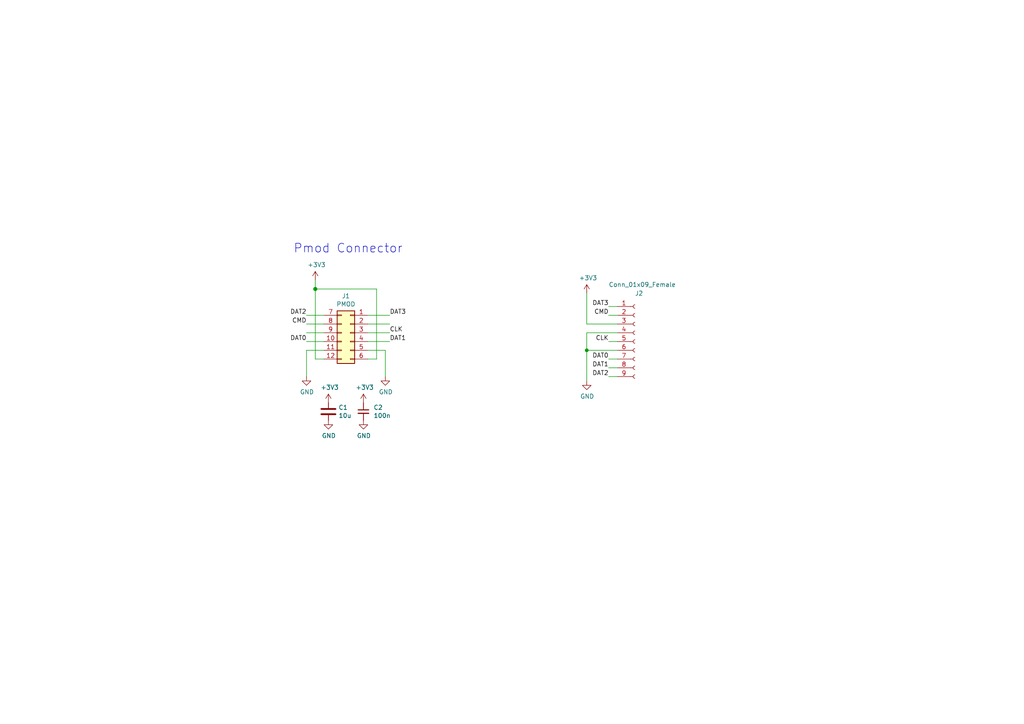
<source format=kicad_sch>
(kicad_sch (version 20230121) (generator eeschema)
  (paper "A4")
  (title_block (title "SD Dummy") (date "2020-12-13") (rev "r1.0") (company "GsD - @gregdavill") (comment 1 "PMOD"))
  (lib_symbols
    (symbol "7segment-rescue:pkl_C-pkl_device" (pin_numbers hide) (pin_names (offset 0.254))
      (property "Reference" "C" (at 0.635 2.54 0))
      (property "Value" "pkl_C-pkl_device" (at 0.635 -2.54 0))
      (symbol "pkl_C-pkl_device_0_1"
        (polyline (pts (xy -2.032 -0.762) (xy 2.032 -0.762)) (stroke (width 0.508)))
        (polyline (pts (xy -2.032 0.762) (xy 2.032 0.762)) (stroke (width 0.508)))
      )
      (symbol "pkl_C-pkl_device_1_1"
        (pin passive line (at 0 2.54 270) (length 1.524) (name "~") (number "1"))
        (pin passive line (at 0 -2.54 90) (length 1.524) (name "~") (number "2"))
      )
    )
    (symbol "7segment-rescue:pkl_C_Small-pkl_device" (pin_numbers hide) (pin_names (offset 0.254) hide)
      (property "Reference" "C" (at 0.254 1.778 0))
      (property "Value" "pkl_C_Small-pkl_device" (at 0.254 -2.032 0))
      (symbol "pkl_C_Small-pkl_device_0_1"
        (polyline (pts (xy -1.524 -0.508) (xy 1.524 -0.508)) (stroke (width 0.3302)))
        (polyline (pts (xy -1.524 0.508) (xy 1.524 0.508)) (stroke (width 0.3048)))
      )
      (symbol "pkl_C_Small-pkl_device_1_1"
        (pin passive line (at 0 2.54 270) (length 1.905) (name "~") (number "1"))
        (pin passive line (at 0 -2.54 90) (length 2.032) (name "~") (number "2"))
      )
    )
    (symbol "Connector:Conn_01x09_Female" (pin_names (offset 1.016) hide)
      (property "Reference" "J" (at 0 12.7 0))
      (property "Value" "Conn_01x09_Female" (at 0 -12.7 0))
      (symbol "Conn_01x09_Female_1_1"
        (arc (start 0 -9.652) (mid -0.5058 -10.16) (end 0 -10.668) (stroke (width 0.1524)))
        (arc (start 0 -7.112) (mid -0.5058 -7.62) (end 0 -8.128) (stroke (width 0.1524)))
        (arc (start 0 -4.572) (mid -0.5058 -5.08) (end 0 -5.588) (stroke (width 0.1524)))
        (arc (start 0 -2.032) (mid -0.5058 -2.54) (end 0 -3.048) (stroke (width 0.1524)))
        (polyline (pts (xy -1.27 -10.16) (xy -0.508 -10.16)) (stroke (width 0.1524)))
        (polyline (pts (xy -1.27 -7.62) (xy -0.508 -7.62)) (stroke (width 0.1524)))
        (polyline (pts (xy -1.27 -5.08) (xy -0.508 -5.08)) (stroke (width 0.1524)))
        (polyline (pts (xy -1.27 -2.54) (xy -0.508 -2.54)) (stroke (width 0.1524)))
        (polyline (pts (xy -1.27 0) (xy -0.508 0)) (stroke (width 0.1524)))
        (polyline (pts (xy -1.27 2.54) (xy -0.508 2.54)) (stroke (width 0.1524)))
        (polyline (pts (xy -1.27 5.08) (xy -0.508 5.08)) (stroke (width 0.1524)))
        (polyline (pts (xy -1.27 7.62) (xy -0.508 7.62)) (stroke (width 0.1524)))
        (polyline (pts (xy -1.27 10.16) (xy -0.508 10.16)) (stroke (width 0.1524)))
        (arc (start 0 0.508) (mid -0.5058 0) (end 0 -0.508) (stroke (width 0.1524)))
        (arc (start 0 3.048) (mid -0.5058 2.54) (end 0 2.032) (stroke (width 0.1524)))
        (arc (start 0 5.588) (mid -0.5058 5.08) (end 0 4.572) (stroke (width 0.1524)))
        (arc (start 0 8.128) (mid -0.5058 7.62) (end 0 7.112) (stroke (width 0.1524)))
        (arc (start 0 10.668) (mid -0.5058 10.16) (end 0 9.652) (stroke (width 0.1524)))
        (pin passive line (at -5.08 10.16 0) (length 3.81) (name "Pin_1") (number "1"))
        (pin passive line (at -5.08 7.62 0) (length 3.81) (name "Pin_2") (number "2"))
        (pin passive line (at -5.08 5.08 0) (length 3.81) (name "Pin_3") (number "3"))
        (pin passive line (at -5.08 2.54 0) (length 3.81) (name "Pin_4") (number "4"))
        (pin passive line (at -5.08 0 0) (length 3.81) (name "Pin_5") (number "5"))
        (pin passive line (at -5.08 -2.54 0) (length 3.81) (name "Pin_6") (number "6"))
        (pin passive line (at -5.08 -5.08 0) (length 3.81) (name "Pin_7") (number "7"))
        (pin passive line (at -5.08 -7.62 0) (length 3.81) (name "Pin_8") (number "8"))
        (pin passive line (at -5.08 -10.16 0) (length 3.81) (name "Pin_9") (number "9"))
      )
    )
    (symbol "Connector_Generic:Conn_02x06_Top_Bottom" (pin_names (offset 1.016) hide)
      (property "Reference" "J" (at 1.27 7.62 0))
      (property "Value" "Conn_02x06_Top_Bottom" (at 1.27 -10.16 0))
      (symbol "Conn_02x06_Top_Bottom_1_1"
        (rectangle (start -1.27 -7.493) (end 0 -7.747) (stroke (width 0.1524)))
        (rectangle (start -1.27 -4.953) (end 0 -5.207) (stroke (width 0.1524)))
        (rectangle (start -1.27 -2.413) (end 0 -2.667) (stroke (width 0.1524)))
        (rectangle (start -1.27 0.127) (end 0 -0.127) (stroke (width 0.1524)))
        (rectangle (start -1.27 2.667) (end 0 2.413) (stroke (width 0.1524)))
        (rectangle (start -1.27 5.207) (end 0 4.953) (stroke (width 0.1524)))
        (rectangle (start -1.27 6.35) (end 3.81 -8.89) (stroke (width 0.254)) (fill (type background)))
        (rectangle (start 3.81 -7.493) (end 2.54 -7.747) (stroke (width 0.1524)))
        (rectangle (start 3.81 -4.953) (end 2.54 -5.207) (stroke (width 0.1524)))
        (rectangle (start 3.81 -2.413) (end 2.54 -2.667) (stroke (width 0.1524)))
        (rectangle (start 3.81 0.127) (end 2.54 -0.127) (stroke (width 0.1524)))
        (rectangle (start 3.81 2.667) (end 2.54 2.413) (stroke (width 0.1524)))
        (rectangle (start 3.81 5.207) (end 2.54 4.953) (stroke (width 0.1524)))
        (pin passive line (at -5.08 5.08 0) (length 3.81) (name "Pin_1") (number "1"))
        (pin passive line (at 7.62 -2.54 180) (length 3.81) (name "Pin_10") (number "10"))
        (pin passive line (at 7.62 -5.08 180) (length 3.81) (name "Pin_11") (number "11"))
        (pin passive line (at 7.62 -7.62 180) (length 3.81) (name "Pin_12") (number "12"))
        (pin passive line (at -5.08 2.54 0) (length 3.81) (name "Pin_2") (number "2"))
        (pin passive line (at -5.08 0 0) (length 3.81) (name "Pin_3") (number "3"))
        (pin passive line (at -5.08 -2.54 0) (length 3.81) (name "Pin_4") (number "4"))
        (pin passive line (at -5.08 -5.08 0) (length 3.81) (name "Pin_5") (number "5"))
        (pin passive line (at -5.08 -7.62 0) (length 3.81) (name "Pin_6") (number "6"))
        (pin passive line (at 7.62 5.08 180) (length 3.81) (name "Pin_7") (number "7"))
        (pin passive line (at 7.62 2.54 180) (length 3.81) (name "Pin_8") (number "8"))
        (pin passive line (at 7.62 0 180) (length 3.81) (name "Pin_9") (number "9"))
      )
    )
    (symbol "power:+3V3" (power) (pin_names (offset 0))
      (property "Value" "+3V3" (at 0 3.556 0))
      (symbol "+3V3_0_1"
        (polyline (pts (xy -0.762 1.27) (xy 0 2.54)))
        (polyline (pts (xy 0 0) (xy 0 2.54)))
        (polyline (pts (xy 0 2.54) (xy 0.762 1.27)))
      )
      (symbol "+3V3_1_1"
        (pin power_in line (at 0 0 90) (length 0) hide (name "+3V3") (number "1"))
      )
    )
    (symbol "power:GND" (power) (pin_names (offset 0))
      (property "Value" "GND" (at 0 -3.81 0))
      (symbol "GND_0_1"
        (polyline (pts (xy 0 0) (xy 0 -1.27) (xy 1.27 -1.27) (xy 0 -2.54) (xy -1.27 -1.27) (xy 0 -1.27)))
      )
      (symbol "GND_1_1"
        (pin power_in line (at 0 0 270) (length 0) hide (name "GND") (number "1"))
      )
    )
  )
  (bus_alias "GPDI" (members "CK_N" "CK_P" "D0_N" "D0_P" "D1_N" "D1_P" "D2_N" "D2_P"))
  (junction (at 170.18 101.6) (diameter 0.9144))
  (junction (at 91.44 83.82) (diameter 1.016))
  (wire (pts (xy 176.53 106.68) (xy 179.07 106.68)))
  (wire (pts (xy 88.9 101.6) (xy 88.9 109.22)))
  (wire (pts (xy 88.9 91.44) (xy 93.98 91.44)))
  (wire (pts (xy 106.68 91.44) (xy 113.03 91.44)))
  (wire (pts (xy 170.18 101.6) (xy 170.18 110.49)))
  (wire (pts (xy 176.53 109.22) (xy 179.07 109.22)))
  (wire (pts (xy 170.18 85.09) (xy 170.18 93.98)))
  (wire (pts (xy 109.22 83.82) (xy 91.44 83.82)))
  (wire (pts (xy 111.76 101.6) (xy 111.76 109.22)))
  (wire (pts (xy 109.22 83.82) (xy 109.22 104.14)))
  (wire (pts (xy 176.53 91.44) (xy 179.07 91.44)))
  (wire (pts (xy 88.9 96.52) (xy 93.98 96.52)))
  (wire (pts (xy 176.53 88.9) (xy 179.07 88.9)))
  (wire (pts (xy 106.68 93.98) (xy 113.03 93.98)))
  (wire (pts (xy 170.18 101.6) (xy 179.07 101.6)))
  (wire (pts (xy 170.18 96.52) (xy 170.18 101.6)))
  (wire (pts (xy 176.53 104.14) (xy 179.07 104.14)))
  (wire (pts (xy 93.98 104.14) (xy 91.44 104.14)))
  (wire (pts (xy 106.68 99.06) (xy 113.03 99.06)))
  (wire (pts (xy 106.68 96.52) (xy 113.03 96.52)))
  (wire (pts (xy 88.9 99.06) (xy 93.98 99.06)))
  (wire (pts (xy 170.18 93.98) (xy 179.07 93.98)))
  (wire (pts (xy 106.68 101.6) (xy 111.76 101.6)))
  (wire (pts (xy 88.9 93.98) (xy 93.98 93.98)))
  (wire (pts (xy 91.44 104.14) (xy 91.44 83.82)))
  (wire (pts (xy 170.18 96.52) (xy 179.07 96.52)))
  (wire (pts (xy 91.44 81.28) (xy 91.44 83.82)))
  (wire (pts (xy 176.53 99.06) (xy 179.07 99.06)))
  (wire (pts (xy 93.98 101.6) (xy 88.9 101.6)))
  (wire (pts (xy 106.68 104.14) (xy 109.22 104.14)))
  (text "Pmod Connector" (at 85.09 73.66 0) (effects (font (size 2.54 2.54)) (justify left bottom)))
  (label "DAT1" (at 176.53 106.68 180))
  (label "DAT0" (at 176.53 104.14 180))
  (label "CLK" (at 176.53 99.06 180))
  (label "DAT1" (at 113.03 99.06 0))
  (label "DAT0" (at 88.9 99.06 180))
  (label "DAT2" (at 88.9 91.44 180))
  (label "CLK" (at 113.03 96.52 0))
  (label "DAT3" (at 113.03 91.44 0))
  (label "CMD" (at 88.9 93.98 180))
  (label "CMD" (at 176.53 91.44 180))
  (label "DAT2" (at 176.53 109.22 180))
  (label "DAT3" (at 176.53 88.9 180))
  (symbol (lib_id "power:GND") (at 105.41 121.92 0) (unit 1)
    (property "Reference" "#PWR0114" (effects hide))
    (property "Value" "GND" (at 105.537 126.3904 0))
  )
  (symbol (lib_id "power:+3V3") (at 91.44 81.28 0) (unit 1)
    (property "Reference" "#PWR0112" (effects hide))
    (property "Value" "+3V3" (at 91.821 76.8096 0))
  )
  (symbol (lib_id "power:GND") (at 88.9 109.22 0) (unit 1)
    (property "Reference" "#PWR0109" (effects hide))
    (property "Value" "GND" (at 89.027 113.6904 0))
  )
  (symbol (lib_id "power:+3V3") (at 95.25 116.84 0) (unit 1)
    (property "Reference" "#PWR0108" (effects hide))
    (property "Value" "+3V3" (at 95.631 112.3696 0))
  )
  (symbol (lib_id "Connector:Conn_01x09_Female") (at 184.15 99.06 0) (unit 1)
    (property "Reference" "J2" (at 184.15 85.09 0) (effects (justify left)))
    (property "Value" "Conn_01x09_Female" (at 176.53 82.55 0) (effects (justify left)))
    (property "Footprint" "gsd-footprints:SD_PCB" (effects hide))
  )
  (symbol (lib_id "power:GND") (at 95.25 121.92 0) (unit 1)
    (property "Reference" "#PWR0113" (effects hide))
    (property "Value" "GND" (at 95.377 126.3904 0))
  )
  (symbol (lib_id "7segment-rescue:pkl_C_Small-pkl_device") (at 105.41 119.38 0) (unit 1)
    (property "Reference" "C2" (at 108.331 118.1862 0) (effects (justify left)))
    (property "Value" "100n" (at 108.331 120.5484 0) (effects (justify left)))
    (property "Footprint" "Capacitor_SMD:C_0402_1005Metric" (effects hide))
    (property "Source" "ANY" (effects hide))
  )
  (symbol (lib_id "7segment-rescue:pkl_C-pkl_device") (at 95.25 119.38 0) (unit 1)
    (property "Reference" "C1" (at 98.171 118.1862 0) (effects (justify left)))
    (property "Value" "10u" (at 98.171 120.5484 0) (effects (justify left)))
    (property "Footprint" "Capacitor_SMD:C_0603_1608Metric" (effects hide))
    (property "Source" "ANY" (effects hide))
  )
  (symbol (lib_id "power:+3V3") (at 105.41 116.84 0) (unit 1)
    (property "Reference" "#PWR0111" (effects hide))
    (property "Value" "+3V3" (at 105.791 112.3696 0))
  )
  (symbol (lib_id "power:GND") (at 170.18 110.49 0) (unit 1)
    (property "Reference" "#PWR0101" (effects hide))
    (property "Value" "GND" (at 170.307 114.9604 0))
  )
  (symbol (lib_id "power:GND") (at 111.76 109.22 0) (unit 1)
    (property "Reference" "#PWR0110" (effects hide))
    (property "Value" "GND" (at 111.887 113.6904 0))
  )
  (symbol (lib_id "Connector_Generic:Conn_02x06_Top_Bottom") (at 101.6 96.52 0) (mirror y) (unit 1)
    (property "Reference" "J1" (at 100.33 85.852 0))
    (property "Value" "PMOD" (at 100.33 88.2142 0))
    (property "Footprint" "Connector_PinHeader_2.54mm:PinHeader_2x06_P2.54mm_Horizontal" (effects hide))
    (property "Source" "ANY" (effects hide))
  )
  (symbol (lib_id "power:+3V3") (at 170.18 85.09 0) (unit 1)
    (property "Reference" "#PWR0102" (effects hide))
    (property "Value" "+3V3" (at 170.561 80.6196 0))
  )
)
</source>
